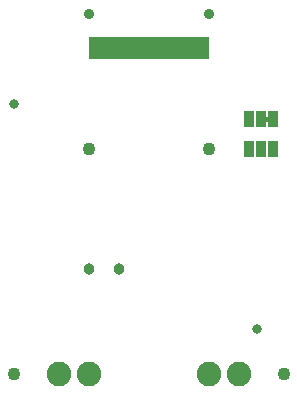
<source format=gbs>
G75*
%MOIN*%
%OFA0B0*%
%FSLAX25Y25*%
%IPPOS*%
%LPD*%
%AMOC8*
5,1,8,0,0,1.08239X$1,22.5*
%
%ADD10C,0.04343*%
%ADD11C,0.03556*%
%ADD12R,0.40000X0.07500*%
%ADD13R,0.03300X0.05800*%
%ADD14C,0.00500*%
%ADD15C,0.08200*%
%ADD16C,0.03300*%
%ADD17C,0.03800*%
D10*
X0133333Y0050000D03*
X0223333Y0050000D03*
X0198333Y0125000D03*
X0158333Y0125000D03*
D11*
X0158333Y0170000D03*
X0198333Y0170000D03*
D12*
X0178333Y0158750D03*
D13*
X0211833Y0135000D03*
X0215833Y0135000D03*
X0219833Y0135000D03*
X0219833Y0125000D03*
X0215833Y0125000D03*
X0211833Y0125000D03*
D14*
X0217083Y0134500D02*
X0217083Y0135500D01*
X0218583Y0135500D01*
X0218583Y0134500D01*
X0217083Y0134500D01*
X0217083Y0134732D02*
X0218583Y0134732D01*
X0218583Y0135231D02*
X0217083Y0135231D01*
D15*
X0208333Y0050000D03*
X0198333Y0050000D03*
X0158333Y0050000D03*
X0148333Y0050000D03*
D16*
X0214333Y0065000D03*
X0133333Y0140000D03*
D17*
X0158333Y0085000D03*
X0168333Y0085000D03*
M02*

</source>
